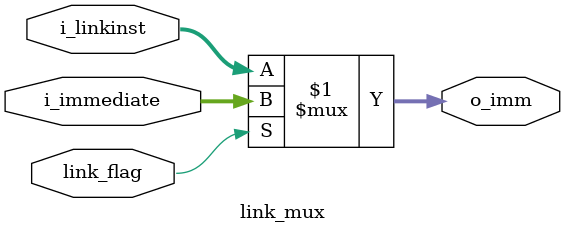
<source format=v>
module link_mux     #(
    parameter       NBITS       =   32
    )
    (
    //Entradas
    input   wire    [NBITS-1:0]     i_linkinst  ,
    input   wire    [NBITS-1:0]     i_immediate ,
    input   wire                    link_flag   ,
    //Outputs
    output  wire    [NBITS-1:0]     o_imm
    );
    
    assign  o_imm       =   (link_flag) ? i_immediate : i_linkinst  ;
    
endmodule

</source>
